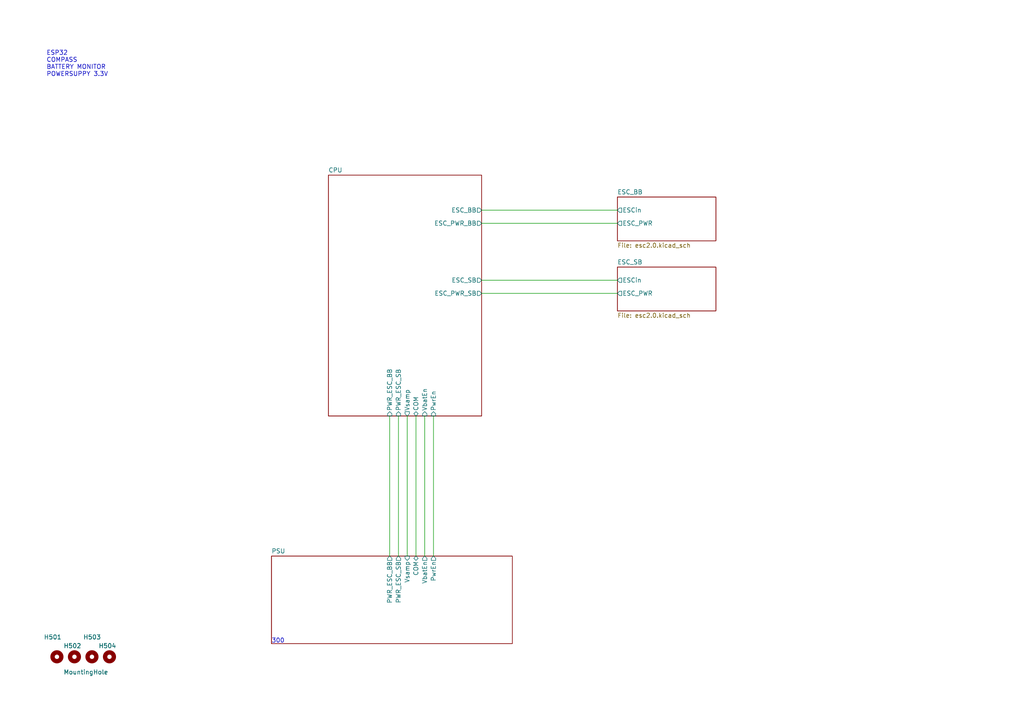
<source format=kicad_sch>
(kicad_sch (version 20241209) (generator "eeschema") (generator_version "9.0")
  (paper "A4")
  (title_block (title "NicE Buoy") (date "2023-06-20") (rev "1.1") (company "NicE Engineering"))
  (lib_symbols
    (symbol "Mechanical:MountingHole" (pin_names (offset 1.016))
      (property "Reference" "H" (at 0 5.08 0))
      (property "Value" "MountingHole" (at 0 3.175 0))
      (symbol "MountingHole_0_1"
        (circle (center 0 0) (radius 1.27) (stroke (width 1.27)))
      )
    )
  )
  (text "300" (at 78.74 186.69 0) (effects (font (size 1.27 1.27)) (justify left bottom)))
  (text "ESP32\nCOMPASS\nBATTERY MONITOR\nPOWERSUPPY 3.3V\n" (at 13.462 22.352 0) (effects (font (size 1.27 1.27)) (justify left bottom)))
  (wire (pts (xy 139.7 81.28) (xy 179.07 81.28)))
  (wire (pts (xy 139.7 85.09) (xy 179.07 85.09)))
  (wire (pts (xy 125.73 120.65) (xy 125.73 161.29)))
  (wire (pts (xy 120.65 120.65) (xy 120.65 161.29)))
  (wire (pts (xy 139.7 60.96) (xy 179.07 60.96)))
  (wire (pts (xy 139.7 64.77) (xy 179.07 64.77)))
  (wire (pts (xy 123.19 120.65) (xy 123.19 161.29)))
  (wire (pts (xy 115.57 120.65) (xy 115.57 161.29)))
  (wire (pts (xy 113.03 120.65) (xy 113.03 161.29)))
  (wire (pts (xy 118.11 120.65) (xy 118.11 161.29)))
  (symbol (lib_id "Mechanical:MountingHole") (at 31.75 190.5 0) (unit 1) (in_bom no)
    (property "Reference" "H504" (at 28.575 187.325 0) (effects (justify left)))
    (property "Value" "MountingHole" (effects (hide yes)))
    (property "Footprint" "A_Mechanical:NPTH_M3" (effects (hide yes)))
  )
  (symbol (lib_id "Mechanical:MountingHole") (at 26.67 190.5 0) (unit 1) (in_bom no)
    (property "Reference" "H503" (at 24.13 184.785 0) (effects (justify left)))
    (property "Value" "MountingHole" (at 18.415 194.945 0) (effects (justify left)))
    (property "Footprint" "A_Mechanical:NPTH_M3" (effects (hide yes)))
  )
  (symbol (lib_id "Mechanical:MountingHole") (at 21.59 190.5 0) (unit 1) (in_bom no)
    (property "Reference" "H502" (at 18.415 187.325 0) (effects (justify left)))
    (property "Value" "MountingHole" (effects (hide yes)))
    (property "Footprint" "A_Mechanical:NPTH_M3" (effects (hide yes)))
  )
  (symbol (lib_id "Mechanical:MountingHole") (at 16.51 190.5 0) (unit 1) (in_bom no)
    (property "Reference" "H501" (at 12.7 184.785 0) (effects (justify left)))
    (property "Value" "MountingHole" (effects (hide yes)))
    (property "Footprint" "A_Mechanical:NPTH_M3" (effects (hide yes)))
  )
  (sheet (at 95.25 50.8) (size 44.45 69.85) (stroke (width 0.1524))
    (property "Sheetname" "CPU" (at 95.25 50.0884 0) (effects (justify left bottom)))
    (property "Sheetfile" "CPU_sch.kicad_sch" (effects (hide yes)))
    (pin "PWR_ESC_BB" input (at 113.03 120.65 270))
    (pin "PWR_ESC_SB" input (at 115.57 120.65 270))
    (pin "Vsamp" output (at 118.11 120.65 270))
    (pin "COM" bidirectional (at 120.65 120.65 270))
    (pin "VbatEn" input (at 123.19 120.65 270))
    (pin "PwrEn" input (at 125.73 120.65 270))
    (pin "ESC_BB" output (at 139.7 60.96 0))
    (pin "ESC_SB" output (at 139.7 81.28 0))
    (pin "ESC_PWR_BB" output (at 139.7 64.77 0))
    (pin "ESC_PWR_SB" output (at 139.7 85.09 0))
  )
  (sheet (at 179.07 57.15) (size 28.575 12.7) (stroke (width 0.1524))
    (property "Sheetname" "ESC_BB" (at 179.07 56.4384 0) (effects (justify left bottom)))
    (property "Sheetfile" "esc2.0.kicad_sch" (at 179.07 70.4346 0) (effects (justify left top)))
    (pin "ESCin" output (at 179.07 60.96 180))
    (pin "ESC_PWR" output (at 179.07 64.77 180))
  )
  (sheet (at 78.74 161.29) (size 69.85 25.4) (stroke (width 0.1524))
    (property "Sheetname" "PSU" (at 78.74 160.5784 0) (effects (justify left bottom)))
    (property "Sheetfile" "PSU_sch.kicad_sch" (effects (hide yes)))
    (pin "PWR_ESC_SB" output (at 115.57 161.29 90))
    (pin "PWR_ESC_BB" output (at 113.03 161.29 90))
    (pin "Vsamp" input (at 118.11 161.29 90))
    (pin "COM" bidirectional (at 120.65 161.29 90))
    (pin "VbatEn" output (at 123.19 161.29 90))
    (pin "PwrEn" output (at 125.73 161.29 90))
  )
  (sheet (at 179.07 77.47) (size 28.575 12.7) (stroke (width 0.1524))
    (property "Sheetname" "ESC_SB" (at 179.07 76.7584 0) (effects (justify left bottom)))
    (property "Sheetfile" "esc2.0.kicad_sch" (at 179.07 90.7546 0) (effects (justify left top)))
    (pin "ESCin" output (at 179.07 81.28 180))
    (pin "ESC_PWR" output (at 179.07 85.09 180))
  )
)
</source>
